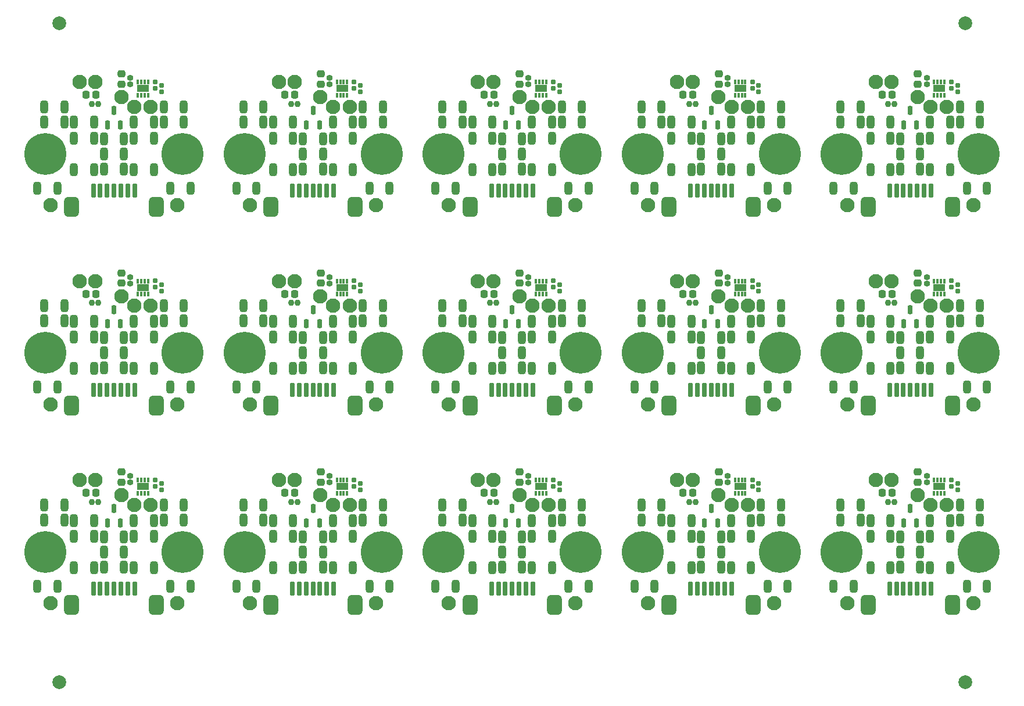
<source format=gts>
G04*
G04 #@! TF.GenerationSoftware,Altium Limited,Altium Designer,22.3.1 (43)*
G04*
G04 Layer_Color=8388736*
%FSLAX43Y43*%
%MOMM*%
G71*
G04*
G04 #@! TF.SameCoordinates,A7882174-668A-4C85-9E38-10F84BEF39C3*
G04*
G04*
G04 #@! TF.FilePolarity,Negative*
G04*
G01*
G75*
%ADD30C,2.000*%
%ADD31C,2.100*%
G04:AMPARAMS|DCode=32|XSize=1.11mm|YSize=1.83mm|CornerRadius=0.303mm|HoleSize=0mm|Usage=FLASHONLY|Rotation=180.000|XOffset=0mm|YOffset=0mm|HoleType=Round|Shape=RoundedRectangle|*
%AMROUNDEDRECTD32*
21,1,1.110,1.225,0,0,180.0*
21,1,0.505,1.830,0,0,180.0*
1,1,0.605,-0.253,0.613*
1,1,0.605,0.253,0.613*
1,1,0.605,0.253,-0.613*
1,1,0.605,-0.253,-0.613*
%
%ADD32ROUNDEDRECTD32*%
G04:AMPARAMS|DCode=33|XSize=2mm|YSize=0.7mm|CornerRadius=0.206mm|HoleSize=0mm|Usage=FLASHONLY|Rotation=270.000|XOffset=0mm|YOffset=0mm|HoleType=Round|Shape=RoundedRectangle|*
%AMROUNDEDRECTD33*
21,1,2.000,0.288,0,0,270.0*
21,1,1.588,0.700,0,0,270.0*
1,1,0.412,-0.144,-0.794*
1,1,0.412,-0.144,0.794*
1,1,0.412,0.144,0.794*
1,1,0.412,0.144,-0.794*
%
%ADD33ROUNDEDRECTD33*%
G04:AMPARAMS|DCode=34|XSize=2.9mm|YSize=2.2mm|CornerRadius=0.596mm|HoleSize=0mm|Usage=FLASHONLY|Rotation=270.000|XOffset=0mm|YOffset=0mm|HoleType=Round|Shape=RoundedRectangle|*
%AMROUNDEDRECTD34*
21,1,2.900,1.008,0,0,270.0*
21,1,1.708,2.200,0,0,270.0*
1,1,1.192,-0.504,-0.854*
1,1,1.192,-0.504,0.854*
1,1,1.192,0.504,0.854*
1,1,1.192,0.504,-0.854*
%
%ADD34ROUNDEDRECTD34*%
G04:AMPARAMS|DCode=35|XSize=0.78mm|YSize=0.8mm|CornerRadius=0.22mm|HoleSize=0mm|Usage=FLASHONLY|Rotation=0.000|XOffset=0mm|YOffset=0mm|HoleType=Round|Shape=RoundedRectangle|*
%AMROUNDEDRECTD35*
21,1,0.780,0.360,0,0,0.0*
21,1,0.340,0.800,0,0,0.0*
1,1,0.440,0.170,-0.180*
1,1,0.440,-0.170,-0.180*
1,1,0.440,-0.170,0.180*
1,1,0.440,0.170,0.180*
%
%ADD35ROUNDEDRECTD35*%
G04:AMPARAMS|DCode=36|XSize=1.05mm|YSize=1.12mm|CornerRadius=0.292mm|HoleSize=0mm|Usage=FLASHONLY|Rotation=270.000|XOffset=0mm|YOffset=0mm|HoleType=Round|Shape=RoundedRectangle|*
%AMROUNDEDRECTD36*
21,1,1.050,0.535,0,0,270.0*
21,1,0.466,1.120,0,0,270.0*
1,1,0.585,-0.268,-0.233*
1,1,0.585,-0.268,0.233*
1,1,0.585,0.268,0.233*
1,1,0.585,0.268,-0.233*
%
%ADD36ROUNDEDRECTD36*%
G04:AMPARAMS|DCode=37|XSize=1.05mm|YSize=1.12mm|CornerRadius=0.292mm|HoleSize=0mm|Usage=FLASHONLY|Rotation=0.000|XOffset=0mm|YOffset=0mm|HoleType=Round|Shape=RoundedRectangle|*
%AMROUNDEDRECTD37*
21,1,1.050,0.535,0,0,0.0*
21,1,0.466,1.120,0,0,0.0*
1,1,0.585,0.233,-0.268*
1,1,0.585,-0.233,-0.268*
1,1,0.585,-0.233,0.268*
1,1,0.585,0.233,0.268*
%
%ADD37ROUNDEDRECTD37*%
G04:AMPARAMS|DCode=38|XSize=0.67mm|YSize=0.68mm|CornerRadius=0.19mm|HoleSize=0mm|Usage=FLASHONLY|Rotation=90.000|XOffset=0mm|YOffset=0mm|HoleType=Round|Shape=RoundedRectangle|*
%AMROUNDEDRECTD38*
21,1,0.670,0.301,0,0,90.0*
21,1,0.291,0.680,0,0,90.0*
1,1,0.379,0.150,0.145*
1,1,0.379,0.150,-0.145*
1,1,0.379,-0.150,-0.145*
1,1,0.379,-0.150,0.145*
%
%ADD38ROUNDEDRECTD38*%
G04:AMPARAMS|DCode=39|XSize=0.78mm|YSize=0.8mm|CornerRadius=0.22mm|HoleSize=0mm|Usage=FLASHONLY|Rotation=270.000|XOffset=0mm|YOffset=0mm|HoleType=Round|Shape=RoundedRectangle|*
%AMROUNDEDRECTD39*
21,1,0.780,0.360,0,0,270.0*
21,1,0.340,0.800,0,0,270.0*
1,1,0.440,-0.180,-0.170*
1,1,0.440,-0.180,0.170*
1,1,0.440,0.180,0.170*
1,1,0.440,0.180,-0.170*
%
%ADD39ROUNDEDRECTD39*%
G04:AMPARAMS|DCode=40|XSize=0.71mm|YSize=0.38mm|CornerRadius=0.12mm|HoleSize=0mm|Usage=FLASHONLY|Rotation=270.000|XOffset=0mm|YOffset=0mm|HoleType=Round|Shape=RoundedRectangle|*
%AMROUNDEDRECTD40*
21,1,0.710,0.140,0,0,270.0*
21,1,0.470,0.380,0,0,270.0*
1,1,0.240,-0.070,-0.235*
1,1,0.240,-0.070,0.235*
1,1,0.240,0.070,0.235*
1,1,0.240,0.070,-0.235*
%
%ADD40ROUNDEDRECTD40*%
%ADD41R,1.700X1.000*%
G04:AMPARAMS|DCode=42|XSize=1.28mm|YSize=0.72mm|CornerRadius=0.211mm|HoleSize=0mm|Usage=FLASHONLY|Rotation=270.000|XOffset=0mm|YOffset=0mm|HoleType=Round|Shape=RoundedRectangle|*
%AMROUNDEDRECTD42*
21,1,1.280,0.298,0,0,270.0*
21,1,0.858,0.720,0,0,270.0*
1,1,0.422,-0.149,-0.429*
1,1,0.422,-0.149,0.429*
1,1,0.422,0.149,0.429*
1,1,0.422,0.149,-0.429*
%
%ADD42ROUNDEDRECTD42*%
%ADD43C,6.100*%
D30*
X15000Y100000D02*
D03*
X147000D02*
D03*
Y4000D02*
D03*
X15000D02*
D03*
D31*
X13800Y15500D02*
D03*
X32200D02*
D03*
X18025Y33475D02*
D03*
X28325Y29875D02*
D03*
X25950D02*
D03*
X24075Y31275D02*
D03*
X20300Y33475D02*
D03*
X42800Y15500D02*
D03*
X61200D02*
D03*
X47025Y33475D02*
D03*
X57325Y29875D02*
D03*
X54950D02*
D03*
X53075Y31275D02*
D03*
X49300Y33475D02*
D03*
X71800Y15500D02*
D03*
X90200D02*
D03*
X76025Y33475D02*
D03*
X86325Y29875D02*
D03*
X83950D02*
D03*
X82075Y31275D02*
D03*
X78300Y33475D02*
D03*
X100800Y15500D02*
D03*
X119200D02*
D03*
X105025Y33475D02*
D03*
X115325Y29875D02*
D03*
X112950D02*
D03*
X111075Y31275D02*
D03*
X107300Y33475D02*
D03*
X129800Y15500D02*
D03*
X148200D02*
D03*
X134025Y33475D02*
D03*
X144325Y29875D02*
D03*
X141950D02*
D03*
X140075Y31275D02*
D03*
X136300Y33475D02*
D03*
X13800Y44500D02*
D03*
X32200D02*
D03*
X18025Y62475D02*
D03*
X28325Y58875D02*
D03*
X25950D02*
D03*
X24075Y60275D02*
D03*
X20300Y62475D02*
D03*
X42800Y44500D02*
D03*
X61200D02*
D03*
X47025Y62475D02*
D03*
X57325Y58875D02*
D03*
X54950D02*
D03*
X53075Y60275D02*
D03*
X49300Y62475D02*
D03*
X71800Y44500D02*
D03*
X90200D02*
D03*
X76025Y62475D02*
D03*
X86325Y58875D02*
D03*
X83950D02*
D03*
X82075Y60275D02*
D03*
X78300Y62475D02*
D03*
X100800Y44500D02*
D03*
X119200D02*
D03*
X105025Y62475D02*
D03*
X115325Y58875D02*
D03*
X112950D02*
D03*
X111075Y60275D02*
D03*
X107300Y62475D02*
D03*
X129800Y44500D02*
D03*
X148200D02*
D03*
X134025Y62475D02*
D03*
X144325Y58875D02*
D03*
X141950D02*
D03*
X140075Y60275D02*
D03*
X136300Y62475D02*
D03*
X13800Y73500D02*
D03*
X32200D02*
D03*
X18025Y91475D02*
D03*
X28325Y87875D02*
D03*
X25950D02*
D03*
X24075Y89275D02*
D03*
X20300Y91475D02*
D03*
X42800Y73500D02*
D03*
X61200D02*
D03*
X47025Y91475D02*
D03*
X57325Y87875D02*
D03*
X54950D02*
D03*
X53075Y89275D02*
D03*
X49300Y91475D02*
D03*
X71800Y73500D02*
D03*
X90200D02*
D03*
X76025Y91475D02*
D03*
X86325Y87875D02*
D03*
X83950D02*
D03*
X82075Y89275D02*
D03*
X78300Y91475D02*
D03*
X100800Y73500D02*
D03*
X119200D02*
D03*
X105025Y91475D02*
D03*
X115325Y87875D02*
D03*
X112950D02*
D03*
X111075Y89275D02*
D03*
X107300Y91475D02*
D03*
X129800Y73500D02*
D03*
X148200D02*
D03*
X134025Y91475D02*
D03*
X144325Y87875D02*
D03*
X141950D02*
D03*
X140075Y89275D02*
D03*
X136300Y91475D02*
D03*
D32*
X11840Y18000D02*
D03*
X14760D02*
D03*
X12840Y29850D02*
D03*
X15760D02*
D03*
X12840Y27650D02*
D03*
X15760D02*
D03*
X17190Y25300D02*
D03*
X20110D02*
D03*
X17190Y27600D02*
D03*
X20110D02*
D03*
X17190Y20700D02*
D03*
X20110D02*
D03*
X21540Y25200D02*
D03*
X24460D02*
D03*
X21540Y23000D02*
D03*
X24460D02*
D03*
X21540Y20800D02*
D03*
X24460D02*
D03*
X30240Y27650D02*
D03*
X33160D02*
D03*
X25890Y20700D02*
D03*
X28810D02*
D03*
X25890Y27600D02*
D03*
X28810D02*
D03*
X25890Y25300D02*
D03*
X28810D02*
D03*
X31240Y18000D02*
D03*
X34160D02*
D03*
X30240Y29850D02*
D03*
X33160D02*
D03*
X40840Y18000D02*
D03*
X43760D02*
D03*
X41840Y29850D02*
D03*
X44760D02*
D03*
X41840Y27650D02*
D03*
X44760D02*
D03*
X46190Y25300D02*
D03*
X49110D02*
D03*
X46190Y27600D02*
D03*
X49110D02*
D03*
X46190Y20700D02*
D03*
X49110D02*
D03*
X50540Y25200D02*
D03*
X53460D02*
D03*
X50540Y23000D02*
D03*
X53460D02*
D03*
X50540Y20800D02*
D03*
X53460D02*
D03*
X59240Y27650D02*
D03*
X62160D02*
D03*
X54890Y20700D02*
D03*
X57810D02*
D03*
X54890Y27600D02*
D03*
X57810D02*
D03*
X54890Y25300D02*
D03*
X57810D02*
D03*
X60240Y18000D02*
D03*
X63160D02*
D03*
X59240Y29850D02*
D03*
X62160D02*
D03*
X69840Y18000D02*
D03*
X72760D02*
D03*
X70840Y29850D02*
D03*
X73760D02*
D03*
X70840Y27650D02*
D03*
X73760D02*
D03*
X75190Y25300D02*
D03*
X78110D02*
D03*
X75190Y27600D02*
D03*
X78110D02*
D03*
X75190Y20700D02*
D03*
X78110D02*
D03*
X79540Y25200D02*
D03*
X82460D02*
D03*
X79540Y23000D02*
D03*
X82460D02*
D03*
X79540Y20800D02*
D03*
X82460D02*
D03*
X88240Y27650D02*
D03*
X91160D02*
D03*
X83890Y20700D02*
D03*
X86810D02*
D03*
X83890Y27600D02*
D03*
X86810D02*
D03*
X83890Y25300D02*
D03*
X86810D02*
D03*
X89240Y18000D02*
D03*
X92160D02*
D03*
X88240Y29850D02*
D03*
X91160D02*
D03*
X98840Y18000D02*
D03*
X101760D02*
D03*
X99840Y29850D02*
D03*
X102760D02*
D03*
X99840Y27650D02*
D03*
X102760D02*
D03*
X104190Y25300D02*
D03*
X107110D02*
D03*
X104190Y27600D02*
D03*
X107110D02*
D03*
X104190Y20700D02*
D03*
X107110D02*
D03*
X108540Y25200D02*
D03*
X111460D02*
D03*
X108540Y23000D02*
D03*
X111460D02*
D03*
X108540Y20800D02*
D03*
X111460D02*
D03*
X117240Y27650D02*
D03*
X120160D02*
D03*
X112890Y20700D02*
D03*
X115810D02*
D03*
X112890Y27600D02*
D03*
X115810D02*
D03*
X112890Y25300D02*
D03*
X115810D02*
D03*
X118240Y18000D02*
D03*
X121160D02*
D03*
X117240Y29850D02*
D03*
X120160D02*
D03*
X127840Y18000D02*
D03*
X130760D02*
D03*
X128840Y29850D02*
D03*
X131760D02*
D03*
X128840Y27650D02*
D03*
X131760D02*
D03*
X133190Y25300D02*
D03*
X136110D02*
D03*
X133190Y27600D02*
D03*
X136110D02*
D03*
X133190Y20700D02*
D03*
X136110D02*
D03*
X137540Y25200D02*
D03*
X140460D02*
D03*
X137540Y23000D02*
D03*
X140460D02*
D03*
X137540Y20800D02*
D03*
X140460D02*
D03*
X146240Y27650D02*
D03*
X149160D02*
D03*
X141890Y20700D02*
D03*
X144810D02*
D03*
X141890Y27600D02*
D03*
X144810D02*
D03*
X141890Y25300D02*
D03*
X144810D02*
D03*
X147240Y18000D02*
D03*
X150160D02*
D03*
X146240Y29850D02*
D03*
X149160D02*
D03*
X11840Y47000D02*
D03*
X14760D02*
D03*
X12840Y58850D02*
D03*
X15760D02*
D03*
X12840Y56650D02*
D03*
X15760D02*
D03*
X17190Y54300D02*
D03*
X20110D02*
D03*
X17190Y56600D02*
D03*
X20110D02*
D03*
X17190Y49700D02*
D03*
X20110D02*
D03*
X21540Y54200D02*
D03*
X24460D02*
D03*
X21540Y52000D02*
D03*
X24460D02*
D03*
X21540Y49800D02*
D03*
X24460D02*
D03*
X30240Y56650D02*
D03*
X33160D02*
D03*
X25890Y49700D02*
D03*
X28810D02*
D03*
X25890Y56600D02*
D03*
X28810D02*
D03*
X25890Y54300D02*
D03*
X28810D02*
D03*
X31240Y47000D02*
D03*
X34160D02*
D03*
X30240Y58850D02*
D03*
X33160D02*
D03*
X40840Y47000D02*
D03*
X43760D02*
D03*
X41840Y58850D02*
D03*
X44760D02*
D03*
X41840Y56650D02*
D03*
X44760D02*
D03*
X46190Y54300D02*
D03*
X49110D02*
D03*
X46190Y56600D02*
D03*
X49110D02*
D03*
X46190Y49700D02*
D03*
X49110D02*
D03*
X50540Y54200D02*
D03*
X53460D02*
D03*
X50540Y52000D02*
D03*
X53460D02*
D03*
X50540Y49800D02*
D03*
X53460D02*
D03*
X59240Y56650D02*
D03*
X62160D02*
D03*
X54890Y49700D02*
D03*
X57810D02*
D03*
X54890Y56600D02*
D03*
X57810D02*
D03*
X54890Y54300D02*
D03*
X57810D02*
D03*
X60240Y47000D02*
D03*
X63160D02*
D03*
X59240Y58850D02*
D03*
X62160D02*
D03*
X69840Y47000D02*
D03*
X72760D02*
D03*
X70840Y58850D02*
D03*
X73760D02*
D03*
X70840Y56650D02*
D03*
X73760D02*
D03*
X75190Y54300D02*
D03*
X78110D02*
D03*
X75190Y56600D02*
D03*
X78110D02*
D03*
X75190Y49700D02*
D03*
X78110D02*
D03*
X79540Y54200D02*
D03*
X82460D02*
D03*
X79540Y52000D02*
D03*
X82460D02*
D03*
X79540Y49800D02*
D03*
X82460D02*
D03*
X88240Y56650D02*
D03*
X91160D02*
D03*
X83890Y49700D02*
D03*
X86810D02*
D03*
X83890Y56600D02*
D03*
X86810D02*
D03*
X83890Y54300D02*
D03*
X86810D02*
D03*
X89240Y47000D02*
D03*
X92160D02*
D03*
X88240Y58850D02*
D03*
X91160D02*
D03*
X98840Y47000D02*
D03*
X101760D02*
D03*
X99840Y58850D02*
D03*
X102760D02*
D03*
X99840Y56650D02*
D03*
X102760D02*
D03*
X104190Y54300D02*
D03*
X107110D02*
D03*
X104190Y56600D02*
D03*
X107110D02*
D03*
X104190Y49700D02*
D03*
X107110D02*
D03*
X108540Y54200D02*
D03*
X111460D02*
D03*
X108540Y52000D02*
D03*
X111460D02*
D03*
X108540Y49800D02*
D03*
X111460D02*
D03*
X117240Y56650D02*
D03*
X120160D02*
D03*
X112890Y49700D02*
D03*
X115810D02*
D03*
X112890Y56600D02*
D03*
X115810D02*
D03*
X112890Y54300D02*
D03*
X115810D02*
D03*
X118240Y47000D02*
D03*
X121160D02*
D03*
X117240Y58850D02*
D03*
X120160D02*
D03*
X127840Y47000D02*
D03*
X130760D02*
D03*
X128840Y58850D02*
D03*
X131760D02*
D03*
X128840Y56650D02*
D03*
X131760D02*
D03*
X133190Y54300D02*
D03*
X136110D02*
D03*
X133190Y56600D02*
D03*
X136110D02*
D03*
X133190Y49700D02*
D03*
X136110D02*
D03*
X137540Y54200D02*
D03*
X140460D02*
D03*
X137540Y52000D02*
D03*
X140460D02*
D03*
X137540Y49800D02*
D03*
X140460D02*
D03*
X146240Y56650D02*
D03*
X149160D02*
D03*
X141890Y49700D02*
D03*
X144810D02*
D03*
X141890Y56600D02*
D03*
X144810D02*
D03*
X141890Y54300D02*
D03*
X144810D02*
D03*
X147240Y47000D02*
D03*
X150160D02*
D03*
X146240Y58850D02*
D03*
X149160D02*
D03*
X11840Y76000D02*
D03*
X14760D02*
D03*
X12840Y87850D02*
D03*
X15760D02*
D03*
X12840Y85650D02*
D03*
X15760D02*
D03*
X17190Y83300D02*
D03*
X20110D02*
D03*
X17190Y85600D02*
D03*
X20110D02*
D03*
X17190Y78700D02*
D03*
X20110D02*
D03*
X21540Y83200D02*
D03*
X24460D02*
D03*
X21540Y81000D02*
D03*
X24460D02*
D03*
X21540Y78800D02*
D03*
X24460D02*
D03*
X30240Y85650D02*
D03*
X33160D02*
D03*
X25890Y78700D02*
D03*
X28810D02*
D03*
X25890Y85600D02*
D03*
X28810D02*
D03*
X25890Y83300D02*
D03*
X28810D02*
D03*
X31240Y76000D02*
D03*
X34160D02*
D03*
X30240Y87850D02*
D03*
X33160D02*
D03*
X40840Y76000D02*
D03*
X43760D02*
D03*
X41840Y87850D02*
D03*
X44760D02*
D03*
X41840Y85650D02*
D03*
X44760D02*
D03*
X46190Y83300D02*
D03*
X49110D02*
D03*
X46190Y85600D02*
D03*
X49110D02*
D03*
X46190Y78700D02*
D03*
X49110D02*
D03*
X50540Y83200D02*
D03*
X53460D02*
D03*
X50540Y81000D02*
D03*
X53460D02*
D03*
X50540Y78800D02*
D03*
X53460D02*
D03*
X59240Y85650D02*
D03*
X62160D02*
D03*
X54890Y78700D02*
D03*
X57810D02*
D03*
X54890Y85600D02*
D03*
X57810D02*
D03*
X54890Y83300D02*
D03*
X57810D02*
D03*
X60240Y76000D02*
D03*
X63160D02*
D03*
X59240Y87850D02*
D03*
X62160D02*
D03*
X69840Y76000D02*
D03*
X72760D02*
D03*
X70840Y87850D02*
D03*
X73760D02*
D03*
X70840Y85650D02*
D03*
X73760D02*
D03*
X75190Y83300D02*
D03*
X78110D02*
D03*
X75190Y85600D02*
D03*
X78110D02*
D03*
X75190Y78700D02*
D03*
X78110D02*
D03*
X79540Y83200D02*
D03*
X82460D02*
D03*
X79540Y81000D02*
D03*
X82460D02*
D03*
X79540Y78800D02*
D03*
X82460D02*
D03*
X88240Y85650D02*
D03*
X91160D02*
D03*
X83890Y78700D02*
D03*
X86810D02*
D03*
X83890Y85600D02*
D03*
X86810D02*
D03*
X83890Y83300D02*
D03*
X86810D02*
D03*
X89240Y76000D02*
D03*
X92160D02*
D03*
X88240Y87850D02*
D03*
X91160D02*
D03*
X98840Y76000D02*
D03*
X101760D02*
D03*
X99840Y87850D02*
D03*
X102760D02*
D03*
X99840Y85650D02*
D03*
X102760D02*
D03*
X104190Y83300D02*
D03*
X107110D02*
D03*
X104190Y85600D02*
D03*
X107110D02*
D03*
X104190Y78700D02*
D03*
X107110D02*
D03*
X108540Y83200D02*
D03*
X111460D02*
D03*
X108540Y81000D02*
D03*
X111460D02*
D03*
X108540Y78800D02*
D03*
X111460D02*
D03*
X117240Y85650D02*
D03*
X120160D02*
D03*
X112890Y78700D02*
D03*
X115810D02*
D03*
X112890Y85600D02*
D03*
X115810D02*
D03*
X112890Y83300D02*
D03*
X115810D02*
D03*
X118240Y76000D02*
D03*
X121160D02*
D03*
X117240Y87850D02*
D03*
X120160D02*
D03*
X127840Y76000D02*
D03*
X130760D02*
D03*
X128840Y87850D02*
D03*
X131760D02*
D03*
X128840Y85650D02*
D03*
X131760D02*
D03*
X133190Y83300D02*
D03*
X136110D02*
D03*
X133190Y85600D02*
D03*
X136110D02*
D03*
X133190Y78700D02*
D03*
X136110D02*
D03*
X137540Y83200D02*
D03*
X140460D02*
D03*
X137540Y81000D02*
D03*
X140460D02*
D03*
X137540Y78800D02*
D03*
X140460D02*
D03*
X146240Y85650D02*
D03*
X149160D02*
D03*
X141890Y78700D02*
D03*
X144810D02*
D03*
X141890Y85600D02*
D03*
X144810D02*
D03*
X141890Y83300D02*
D03*
X144810D02*
D03*
X147240Y76000D02*
D03*
X150160D02*
D03*
X146240Y87850D02*
D03*
X149160D02*
D03*
D33*
X20000Y17650D02*
D03*
X21000D02*
D03*
X22000Y17650D02*
D03*
X23000D02*
D03*
X24000D02*
D03*
X25000D02*
D03*
X26000Y17650D02*
D03*
X49000D02*
D03*
X50000D02*
D03*
X51000Y17650D02*
D03*
X52000D02*
D03*
X53000D02*
D03*
X54000D02*
D03*
X55000Y17650D02*
D03*
X78000D02*
D03*
X79000D02*
D03*
X80000Y17650D02*
D03*
X81000D02*
D03*
X82000D02*
D03*
X83000D02*
D03*
X84000Y17650D02*
D03*
X107000D02*
D03*
X108000D02*
D03*
X109000Y17650D02*
D03*
X110000D02*
D03*
X111000D02*
D03*
X112000D02*
D03*
X113000Y17650D02*
D03*
X136000D02*
D03*
X137000D02*
D03*
X138000Y17650D02*
D03*
X139000D02*
D03*
X140000D02*
D03*
X141000D02*
D03*
X142000Y17650D02*
D03*
X20000Y46650D02*
D03*
X21000D02*
D03*
X22000Y46650D02*
D03*
X23000D02*
D03*
X24000D02*
D03*
X25000D02*
D03*
X26000Y46650D02*
D03*
X49000D02*
D03*
X50000D02*
D03*
X51000Y46650D02*
D03*
X52000D02*
D03*
X53000D02*
D03*
X54000D02*
D03*
X55000Y46650D02*
D03*
X78000D02*
D03*
X79000D02*
D03*
X80000Y46650D02*
D03*
X81000D02*
D03*
X82000D02*
D03*
X83000D02*
D03*
X84000Y46650D02*
D03*
X107000D02*
D03*
X108000D02*
D03*
X109000Y46650D02*
D03*
X110000D02*
D03*
X111000D02*
D03*
X112000D02*
D03*
X113000Y46650D02*
D03*
X136000D02*
D03*
X137000D02*
D03*
X138000Y46650D02*
D03*
X139000D02*
D03*
X140000D02*
D03*
X141000D02*
D03*
X142000Y46650D02*
D03*
X20000Y75650D02*
D03*
X21000D02*
D03*
X22000Y75650D02*
D03*
X23000D02*
D03*
X24000D02*
D03*
X25000D02*
D03*
X26000Y75650D02*
D03*
X49000D02*
D03*
X50000D02*
D03*
X51000Y75650D02*
D03*
X52000D02*
D03*
X53000D02*
D03*
X54000D02*
D03*
X55000Y75650D02*
D03*
X78000D02*
D03*
X79000D02*
D03*
X80000Y75650D02*
D03*
X81000D02*
D03*
X82000D02*
D03*
X83000D02*
D03*
X84000Y75650D02*
D03*
X107000D02*
D03*
X108000D02*
D03*
X109000Y75650D02*
D03*
X110000D02*
D03*
X111000D02*
D03*
X112000D02*
D03*
X113000Y75650D02*
D03*
X136000D02*
D03*
X137000D02*
D03*
X138000Y75650D02*
D03*
X139000D02*
D03*
X140000D02*
D03*
X141000D02*
D03*
X142000Y75650D02*
D03*
D34*
X16850Y15300D02*
D03*
X29150Y15300D02*
D03*
X45850Y15300D02*
D03*
X58150Y15300D02*
D03*
X74850Y15300D02*
D03*
X87150Y15300D02*
D03*
X103850Y15300D02*
D03*
X116150Y15300D02*
D03*
X132850Y15300D02*
D03*
X145150Y15300D02*
D03*
X16850Y44300D02*
D03*
X29150Y44300D02*
D03*
X45850Y44300D02*
D03*
X58150Y44300D02*
D03*
X74850Y44300D02*
D03*
X87150Y44300D02*
D03*
X103850Y44300D02*
D03*
X116150Y44300D02*
D03*
X132850Y44300D02*
D03*
X145150Y44300D02*
D03*
X16850Y73300D02*
D03*
X29150Y73300D02*
D03*
X45850Y73300D02*
D03*
X58150Y73300D02*
D03*
X74850Y73300D02*
D03*
X87150Y73300D02*
D03*
X103850Y73300D02*
D03*
X116150Y73300D02*
D03*
X132850Y73300D02*
D03*
X145150Y73300D02*
D03*
D35*
X20720Y30300D02*
D03*
X19780D02*
D03*
X49720D02*
D03*
X48780D02*
D03*
X78720D02*
D03*
X77780D02*
D03*
X107720D02*
D03*
X106780D02*
D03*
X136720D02*
D03*
X135780D02*
D03*
X20720Y59300D02*
D03*
X19780D02*
D03*
X49720D02*
D03*
X48780D02*
D03*
X78720D02*
D03*
X77780D02*
D03*
X107720D02*
D03*
X106780D02*
D03*
X136720D02*
D03*
X135780D02*
D03*
X20720Y88300D02*
D03*
X19780D02*
D03*
X49720D02*
D03*
X48780D02*
D03*
X78720D02*
D03*
X77780D02*
D03*
X107720D02*
D03*
X106780D02*
D03*
X136720D02*
D03*
X135780D02*
D03*
D36*
X24125Y33165D02*
D03*
Y34635D02*
D03*
X53125Y33165D02*
D03*
Y34635D02*
D03*
X82125Y33165D02*
D03*
Y34635D02*
D03*
X111125Y33165D02*
D03*
Y34635D02*
D03*
X140125Y33165D02*
D03*
Y34635D02*
D03*
X24125Y62165D02*
D03*
Y63635D02*
D03*
X53125Y62165D02*
D03*
Y63635D02*
D03*
X82125Y62165D02*
D03*
Y63635D02*
D03*
X111125Y62165D02*
D03*
Y63635D02*
D03*
X140125Y62165D02*
D03*
Y63635D02*
D03*
X24125Y91165D02*
D03*
Y92635D02*
D03*
X53125Y91165D02*
D03*
Y92635D02*
D03*
X82125Y91165D02*
D03*
Y92635D02*
D03*
X111125Y91165D02*
D03*
Y92635D02*
D03*
X140125Y91165D02*
D03*
Y92635D02*
D03*
D37*
X20360Y31600D02*
D03*
X18890D02*
D03*
X49360D02*
D03*
X47890D02*
D03*
X78360D02*
D03*
X76890D02*
D03*
X107360D02*
D03*
X105890D02*
D03*
X136360D02*
D03*
X134890D02*
D03*
X20360Y60600D02*
D03*
X18890D02*
D03*
X49360D02*
D03*
X47890D02*
D03*
X78360D02*
D03*
X76890D02*
D03*
X107360D02*
D03*
X105890D02*
D03*
X136360D02*
D03*
X134890D02*
D03*
X20360Y89600D02*
D03*
X18890D02*
D03*
X49360D02*
D03*
X47890D02*
D03*
X78360D02*
D03*
X76890D02*
D03*
X107360D02*
D03*
X105890D02*
D03*
X136360D02*
D03*
X134890D02*
D03*
D38*
X29000Y33495D02*
D03*
Y32565D02*
D03*
X29900Y32965D02*
D03*
Y32035D02*
D03*
X58000Y33495D02*
D03*
Y32565D02*
D03*
X58900Y32965D02*
D03*
Y32035D02*
D03*
X87000Y33495D02*
D03*
Y32565D02*
D03*
X87900Y32965D02*
D03*
Y32035D02*
D03*
X116000Y33495D02*
D03*
Y32565D02*
D03*
X116900Y32965D02*
D03*
Y32035D02*
D03*
X145000Y33495D02*
D03*
Y32565D02*
D03*
X145900Y32965D02*
D03*
Y32035D02*
D03*
X29000Y62495D02*
D03*
Y61565D02*
D03*
X29900Y61965D02*
D03*
Y61035D02*
D03*
X58000Y62495D02*
D03*
Y61565D02*
D03*
X58900Y61965D02*
D03*
Y61035D02*
D03*
X87000Y62495D02*
D03*
Y61565D02*
D03*
X87900Y61965D02*
D03*
Y61035D02*
D03*
X116000Y62495D02*
D03*
Y61565D02*
D03*
X116900Y61965D02*
D03*
Y61035D02*
D03*
X145000Y62495D02*
D03*
Y61565D02*
D03*
X145900Y61965D02*
D03*
Y61035D02*
D03*
X29000Y91495D02*
D03*
Y90565D02*
D03*
X29900Y90965D02*
D03*
Y90035D02*
D03*
X58000Y91495D02*
D03*
Y90565D02*
D03*
X58900Y90965D02*
D03*
Y90035D02*
D03*
X87000Y91495D02*
D03*
Y90565D02*
D03*
X87900Y90965D02*
D03*
Y90035D02*
D03*
X116000Y91495D02*
D03*
Y90565D02*
D03*
X116900Y90965D02*
D03*
Y90035D02*
D03*
X145000Y91495D02*
D03*
Y90565D02*
D03*
X145900Y90965D02*
D03*
Y90035D02*
D03*
D39*
X25400Y33105D02*
D03*
Y34045D02*
D03*
X54400Y33105D02*
D03*
Y34045D02*
D03*
X83400Y33105D02*
D03*
Y34045D02*
D03*
X112400Y33105D02*
D03*
Y34045D02*
D03*
X141400Y33105D02*
D03*
Y34045D02*
D03*
X25400Y62105D02*
D03*
Y63045D02*
D03*
X54400Y62105D02*
D03*
Y63045D02*
D03*
X83400Y62105D02*
D03*
Y63045D02*
D03*
X112400Y62105D02*
D03*
Y63045D02*
D03*
X141400Y62105D02*
D03*
Y63045D02*
D03*
X25400Y91105D02*
D03*
Y92045D02*
D03*
X54400Y91105D02*
D03*
Y92045D02*
D03*
X83400Y91105D02*
D03*
Y92045D02*
D03*
X112400Y91105D02*
D03*
Y92045D02*
D03*
X141400Y91105D02*
D03*
Y92045D02*
D03*
D40*
X26475Y31570D02*
D03*
X26975D02*
D03*
X27475D02*
D03*
X27975D02*
D03*
Y33480D02*
D03*
X27475D02*
D03*
X26975D02*
D03*
X26475D02*
D03*
X55475Y31570D02*
D03*
X55975D02*
D03*
X56475D02*
D03*
X56975D02*
D03*
Y33480D02*
D03*
X56475D02*
D03*
X55975D02*
D03*
X55475D02*
D03*
X84475Y31570D02*
D03*
X84975D02*
D03*
X85475D02*
D03*
X85975D02*
D03*
Y33480D02*
D03*
X85475D02*
D03*
X84975D02*
D03*
X84475D02*
D03*
X113475Y31570D02*
D03*
X113975D02*
D03*
X114475D02*
D03*
X114975D02*
D03*
Y33480D02*
D03*
X114475D02*
D03*
X113975D02*
D03*
X113475D02*
D03*
X142475Y31570D02*
D03*
X142975D02*
D03*
X143475D02*
D03*
X143975D02*
D03*
Y33480D02*
D03*
X143475D02*
D03*
X142975D02*
D03*
X142475D02*
D03*
X26475Y60570D02*
D03*
X26975D02*
D03*
X27475D02*
D03*
X27975D02*
D03*
Y62480D02*
D03*
X27475D02*
D03*
X26975D02*
D03*
X26475D02*
D03*
X55475Y60570D02*
D03*
X55975D02*
D03*
X56475D02*
D03*
X56975D02*
D03*
Y62480D02*
D03*
X56475D02*
D03*
X55975D02*
D03*
X55475D02*
D03*
X84475Y60570D02*
D03*
X84975D02*
D03*
X85475D02*
D03*
X85975D02*
D03*
Y62480D02*
D03*
X85475D02*
D03*
X84975D02*
D03*
X84475D02*
D03*
X113475Y60570D02*
D03*
X113975D02*
D03*
X114475D02*
D03*
X114975D02*
D03*
Y62480D02*
D03*
X114475D02*
D03*
X113975D02*
D03*
X113475D02*
D03*
X142475Y60570D02*
D03*
X142975D02*
D03*
X143475D02*
D03*
X143975D02*
D03*
Y62480D02*
D03*
X143475D02*
D03*
X142975D02*
D03*
X142475D02*
D03*
X26475Y89570D02*
D03*
X26975D02*
D03*
X27475D02*
D03*
X27975D02*
D03*
Y91480D02*
D03*
X27475D02*
D03*
X26975D02*
D03*
X26475D02*
D03*
X55475Y89570D02*
D03*
X55975D02*
D03*
X56475D02*
D03*
X56975D02*
D03*
Y91480D02*
D03*
X56475D02*
D03*
X55975D02*
D03*
X55475D02*
D03*
X84475Y89570D02*
D03*
X84975D02*
D03*
X85475D02*
D03*
X85975D02*
D03*
Y91480D02*
D03*
X85475D02*
D03*
X84975D02*
D03*
X84475D02*
D03*
X113475Y89570D02*
D03*
X113975D02*
D03*
X114475D02*
D03*
X114975D02*
D03*
Y91480D02*
D03*
X114475D02*
D03*
X113975D02*
D03*
X113475D02*
D03*
X142475Y89570D02*
D03*
X142975D02*
D03*
X143475D02*
D03*
X143975D02*
D03*
Y91480D02*
D03*
X143475D02*
D03*
X142975D02*
D03*
X142475D02*
D03*
D41*
X27225Y32525D02*
D03*
X56225D02*
D03*
X85225D02*
D03*
X114225D02*
D03*
X143225D02*
D03*
X27225Y61525D02*
D03*
X56225D02*
D03*
X85225D02*
D03*
X114225D02*
D03*
X143225D02*
D03*
X27225Y90525D02*
D03*
X56225D02*
D03*
X85225D02*
D03*
X114225D02*
D03*
X143225D02*
D03*
D42*
X22050Y27240D02*
D03*
X23950D02*
D03*
X23000Y29310D02*
D03*
X51050Y27240D02*
D03*
X52950D02*
D03*
X52000Y29310D02*
D03*
X80050Y27240D02*
D03*
X81950D02*
D03*
X81000Y29310D02*
D03*
X109050Y27240D02*
D03*
X110950D02*
D03*
X110000Y29310D02*
D03*
X138050Y27240D02*
D03*
X139950D02*
D03*
X139000Y29310D02*
D03*
X22050Y56240D02*
D03*
X23950D02*
D03*
X23000Y58310D02*
D03*
X51050Y56240D02*
D03*
X52950D02*
D03*
X52000Y58310D02*
D03*
X80050Y56240D02*
D03*
X81950D02*
D03*
X81000Y58310D02*
D03*
X109050Y56240D02*
D03*
X110950D02*
D03*
X110000Y58310D02*
D03*
X138050Y56240D02*
D03*
X139950D02*
D03*
X139000Y58310D02*
D03*
X22050Y85240D02*
D03*
X23950D02*
D03*
X23000Y87310D02*
D03*
X51050Y85240D02*
D03*
X52950D02*
D03*
X52000Y87310D02*
D03*
X80050Y85240D02*
D03*
X81950D02*
D03*
X81000Y87310D02*
D03*
X109050Y85240D02*
D03*
X110950D02*
D03*
X110000Y87310D02*
D03*
X138050Y85240D02*
D03*
X139950D02*
D03*
X139000Y87310D02*
D03*
D43*
X13000Y23000D02*
D03*
X33000D02*
D03*
X42000D02*
D03*
X62000D02*
D03*
X71000D02*
D03*
X91000D02*
D03*
X100000D02*
D03*
X120000D02*
D03*
X129000D02*
D03*
X149000D02*
D03*
X13000Y52000D02*
D03*
X33000D02*
D03*
X42000D02*
D03*
X62000D02*
D03*
X71000D02*
D03*
X91000D02*
D03*
X100000D02*
D03*
X120000D02*
D03*
X129000D02*
D03*
X149000D02*
D03*
X13000Y81000D02*
D03*
X33000D02*
D03*
X42000D02*
D03*
X62000D02*
D03*
X71000D02*
D03*
X91000D02*
D03*
X100000D02*
D03*
X120000D02*
D03*
X129000D02*
D03*
X149000D02*
D03*
M02*

</source>
